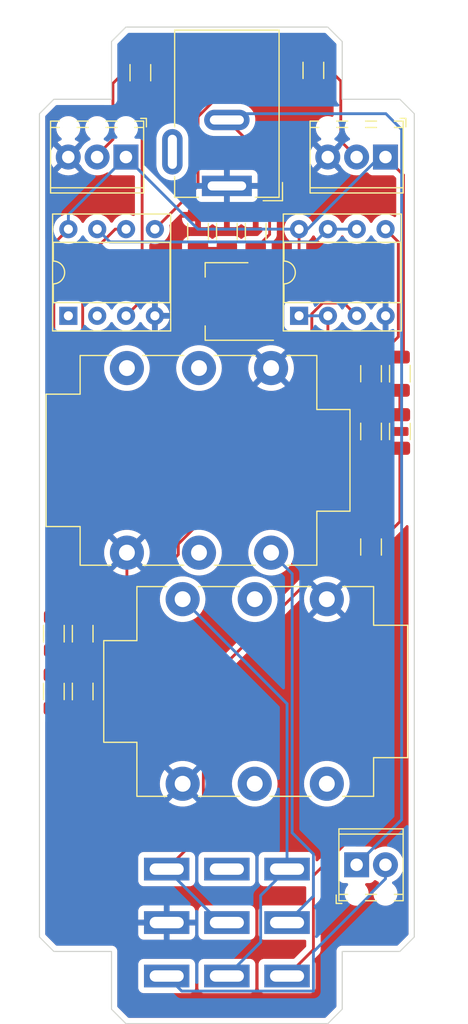
<source format=kicad_pcb>
(kicad_pcb (version 20211014) (generator pcbnew)
  (layers (0 "F.Cu" signal) (31 "B.Cu" signal) (34 "B.Paste" user) (35 "F.Paste" user) (36 "B.SilkS" user "B.Silkscreen") (37 "F.SilkS" user "F.Silkscreen") (38 "B.Mask" user) (39 "F.Mask" user) (44 "Edge.Cuts" user))
  (net 0 "")
  (net 1 "+9V")
  (net 2 "GND")
  (net 5 "+3V3")
  (net 7 "Net-(R4-Pad1)")
  (net 8 "Net-(C7-Pad1)")
  (net 9 "Net-(C6-Pad2)")
  (net 10 "Net-(J2-PadT)")
  (net 11 "Net-(C8-Pad2)")
  (net 13 "Net-(C9-Pad2)")
  (net 14 "Net-(U2-Pad1)")
  (net 15 "Net-(C8-Pad1)")
  (net 16 "Net-(C9-Pad1)")
  (net 18 "Net-(J3-Pad2)")
  (net 22 "Net-(J4-PadT)")
  (net 25 "Net-(C6-Pad1)")
  (net 26 "Net-(U3-Pad6)")
  (net 27 "Net-(C5-Pad1)")
  (footprint "Capacitor_SMD:C_1206_3216Metric" (layer "F.Cu") (at 41.91 43.385 90)
    (fp_text reference "C2" hide)
    (fp_text value "10uF")
    (fp_line (start -0.711252 0.91) (end 0.711252 0.91) (layer "F.SilkS") (width 0.12))
    (fp_line (start -0.711252 -0.91) (end 0.711252 -0.91) (layer "F.SilkS") (width 0.12))
    (pad "1" smd roundrect (at -1.475 0 90) (size 1.15 1.8) (layers "F.Cu" "F.Paste" "F.Mask") (roundrect_rratio 0.2173913043) (net 5 "+3V3"))
    (pad "2" smd roundrect (at 1.475 0 90) (size 1.15 1.8) (layers "F.Cu" "F.Paste" "F.Mask") (roundrect_rratio 0.2173913043) (net 2 "GND"))
  )
  (footprint "Resistor_SMD:R_1206_3216Metric" (layer "F.Cu") (at 29.21 83.82 -90)
    (fp_text reference "R5" hide)
    (fp_text value "47K")
    (fp_line (start -0.727064 0.91) (end 0.727064 0.91) (layer "F.SilkS") (width 0.12))
    (fp_line (start -0.727064 -0.91) (end 0.727064 -0.91) (layer "F.SilkS") (width 0.12))
    (pad "1" smd roundrect (at -1.4625 0 270) (size 1.125 1.75) (layers "F.Cu" "F.Paste" "F.Mask") (roundrect_rratio 0.2222222222) (net 8 "Net-(C7-Pad1)"))
    (pad "2" smd roundrect (at 1.4625 0 270) (size 1.125 1.75) (layers "F.Cu" "F.Paste" "F.Mask") (roundrect_rratio 0.2222222222) (net 2 "GND"))
  )
  (footprint "Capacitor_SMD:C_1206_3216Metric" (layer "F.Cu") (at 39.37 43.385 90)
    (fp_text reference "C3" hide)
    (fp_text value "100nF")
    (fp_line (start -0.711252 0.91) (end 0.711252 0.91) (layer "F.SilkS") (width 0.12))
    (fp_line (start -0.711252 -0.91) (end 0.711252 -0.91) (layer "F.SilkS") (width 0.12))
    (pad "1" smd roundrect (at -1.475 0 90) (size 1.15 1.8) (layers "F.Cu" "F.Paste" "F.Mask") (roundrect_rratio 0.2173913043) (net 5 "+3V3"))
    (pad "2" smd roundrect (at 1.475 0 90) (size 1.15 1.8) (layers "F.Cu" "F.Paste" "F.Mask") (roundrect_rratio 0.2173913043) (net 2 "GND"))
  )
  (footprint "Resistor_SMD:R_1206_3216Metric" (layer "F.Cu") (at 26.67 78.74 -90)
    (fp_text reference "R1" hide)
    (fp_text value "100")
    (fp_line (start -0.727064 0.91) (end 0.727064 0.91) (layer "F.SilkS") (width 0.12))
    (fp_line (start -0.727064 -0.91) (end 0.727064 -0.91) (layer "F.SilkS") (width 0.12))
    (pad "1" smd roundrect (at -1.4625 0 270) (size 1.125 1.75) (layers "F.Cu" "F.Paste" "F.Mask") (roundrect_rratio 0.2222222222) (net 5 "+3V3"))
    (pad "2" smd roundrect (at 1.4625 0 270) (size 1.125 1.75) (layers "F.Cu" "F.Paste" "F.Mask") (roundrect_rratio 0.2222222222) (net 2 "GND"))
  )
  (footprint "footswitch:footswitch" (layer "F.Cu") (at 41.91 104.14)
    (fp_text reference "U2" hide)
    (fp_text value "footswitch")
    (pad "1" thru_hole rect (at -5.3 -4.7) (size 4 2) (drill oval 3 1) (layers *.Cu *.Mask) (net 14 "Net-(U2-Pad1)"))
    (pad "2" thru_hole rect (at 0 -4.7) (size 4 2) (drill oval 3 1) (layers *.Cu *.Mask))
    (pad "3" thru_hole rect (at 5.3 -4.7) (size 4 2) (drill oval 3 1) (layers *.Cu *.Mask) (net 10 "Net-(J2-PadT)"))
    (pad "4" thru_hole rect (at -5.3 0) (size 4 2) (drill oval 3 1) (layers *.Cu *.Mask) (net 2 "GND"))
    (pad "5" thru_hole rect (at 0 0) (size 4 2) (drill oval 3 1) (layers *.Cu *.Mask) (net 14 "Net-(U2-Pad1)"))
    (pad "6" thru_hole rect (at 5.3 0) (size 4 2) (drill oval 3 1) (layers *.Cu *.Mask) (net 22 "Net-(J4-PadT)"))
    (pad "7" thru_hole rect (at -5.3 4.7) (size 4 2) (drill oval 3 1) (layers *.Cu *.Mask) (net 18 "Net-(J3-Pad2)"))
    (pad "8" thru_hole rect (at 0 4.7) (size 4 2) (drill oval 3 1) (layers *.Cu *.Mask) (net 10 "Net-(J2-PadT)"))
    (pad "9" thru_hole rect (at 5.3 4.7) (size 4 2) (drill oval 3 1) (layers *.Cu *.Mask) (net 11 "Net-(C8-Pad2)"))
  )
  (footprint "Connector_BarrelJack:BarrelJack_Wuerth_6941xx301002" (layer "F.Cu") (at 41.91 39.37 180)
    (fp_text reference "J1" hide)
    (fp_text value "Barrel_Jack_Switch")
    (fp_line (start 4.6 13.7) (end -4.6 13.7) (layer "F.SilkS") (width 0.12))
    (fp_line (start 4.6 5.2) (end 4.6 13.7) (layer "F.SilkS") (width 0.12))
    (fp_line (start -4.9 -1.3) (end -4.9 0.3) (layer "F.SilkS") (width 0.12))
    (fp_line (start 2.5 -1) (end 4.6 -1) (layer "F.SilkS") (width 0.12))
    (fp_line (start -4.6 13.7) (end -4.6 -1) (layer "F.SilkS") (width 0.12))
    (fp_line (start 4.6 -1) (end 4.6 0.8) (layer "F.SilkS") (width 0.12))
    (fp_line (start -3.2 -1.3) (end -4.9 -1.3) (layer "F.SilkS") (width 0.12))
    (fp_line (start -4.6 -1) (end -2.5 -1) (layer "F.SilkS") (width 0.12))
    (pad "1" thru_hole rect (at 0 0 180) (size 4.4 1.8) (drill oval 3.4 0.8) (layers *.Cu *.Mask) (net 2 "GND"))
    (pad "2" thru_hole oval (at 0 5.8 180) (size 4 1.8) (drill oval 3 0.8) (layers *.Cu *.Mask) (net 1 "+9V"))
    (pad "3" thru_hole oval (at 4.8 3 270) (size 4 1.8) (drill oval 3 0.8) (layers *.Cu *.Mask))
  )
  (footprint "Capacitor_SMD:C_1206_3216Metric" (layer "F.Cu") (at 54.61 71.12 -90)
    (fp_text reference "C8" hide)
    (fp_text value "100nF")
    (fp_line (start -0.711252 0.91) (end 0.711252 0.91) (layer "F.SilkS") (width 0.12))
    (fp_line (start -0.711252 -0.91) (end 0.711252 -0.91) (layer "F.SilkS") (width 0.12))
    (pad "1" smd roundrect (at -1.475 0 270) (size 1.15 1.8) (layers "F.Cu" "F.Paste" "F.Mask") (roundrect_rratio 0.2173913043) (net 15 "Net-(C8-Pad1)"))
    (pad "2" smd roundrect (at 1.475 0 270) (size 1.15 1.8) (layers "F.Cu" "F.Paste" "F.Mask") (roundrect_rratio 0.2173913043) (net 11 "Net-(C8-Pad2)"))
  )
  (footprint "TerminalBlock_Phoenix:TerminalBlock_Phoenix_MPT-0,5-2-2.54_1x02_P2.54mm_Horizontal" (layer "F.Cu") (at 53.34 99.06)
    (fp_text reference "J3" hide)
    (fp_text value "Screw_Terminal_01x02")
    (fp_line (start 4.1 -3.16) (end 4.1 3.16) (layer "F.SilkS") (width 0.12))
    (fp_line (start 0.79 3.16) (end 1.75 3.16) (layer "F.SilkS") (width 0.12))
    (fp_line (start -1.56 2.6) (end -0.79 2.6) (layer "F.SilkS") (width 0.12))
    (fp_line (start -1.56 -3.16) (end -1.56 3.16) (layer "F.SilkS") (width 0.12))
    (fp_line (start -1.56 3.16) (end -0.79 3.16) (layer "F.SilkS") (width 0.12))
    (fp_line (start -1.8 3.4) (end -1.3 3.4) (layer "F.SilkS") (width 0.12))
    (fp_line (start -1.56 -2.7) (end 4.1 -2.7) (layer "F.SilkS") (width 0.12))
    (fp_line (start 3.33 2.6) (end 4.1 2.6) (layer "F.SilkS") (width 0.12))
    (fp_line (start -1.56 -3.16) (end 4.1 -3.16) (layer "F.SilkS") (width 0.12))
    (fp_line (start 3.33 3.16) (end 4.1 3.16) (layer "F.SilkS") (width 0.12))
    (fp_line (start 0.79 2.6) (end 1.75 2.6) (layer "F.SilkS") (width 0.12))
    (fp_line (start -1.8 2.66) (end -1.8 3.4) (layer "F.SilkS") (width 0.12))
    (pad "" np_thru_hole circle (at 2.54 2.54) (size 1.1 1.1) (drill 1.1) (layers *.Cu *.Mask))
    (pad "" np_thru_hole circle (at 0 2.54) (size 1.1 1.1) (drill 1.1) (layers *.Cu *.Mask))
    (pad "1" thru_hole rect (at 0 0) (size 2.2 2.2) (drill 1.1) (layers *.Cu *.Mask) (net 1 "+9V"))
    (pad "2" thru_hole circle (at 2.54 0) (size 2.2 2.2) (drill 1.1) (layers *.Cu *.Mask) (net 18 "Net-(J3-Pad2)"))
  )
  (footprint "TerminalBlock_Phoenix:TerminalBlock_Phoenix_MPT-0,5-3-2.54_1x03_P2.54mm_Horizontal" (layer "F.Cu") (at 55.88 36.83 180)
    (fp_text reference "J6" hide)
    (fp_text value "Screw_Terminal_01x03")
    (fp_line (start 3.33 2.6) (end 4.29 2.6) (layer "F.SilkS") (width 0.12))
    (fp_line (start -1.56 -3.16) (end -1.56 3.16) (layer "F.SilkS") (width 0.12))
    (fp_line (start 5.87 3.16) (end 6.64 3.16) (layer "F.SilkS") (width 0.12))
    (fp_line (start -1.56 -2.7) (end 6.64 -2.7) (layer "F.SilkS") (width 0.12))
    (fp_line (start 5.87 2.6) (end 6.64 2.6) (layer "F.SilkS") (width 0.12))
    (fp_line (start 0.79 2.6) (end 1.75 2.6) (layer "F.SilkS") (width 0.12))
    (fp_line (start -1.56 -3.16) (end 6.64 -3.16) (layer "F.SilkS") (width 0.12))
    (fp_line (start -1.8 2.66) (end -1.8 3.4) (layer "F.SilkS") (width 0.12))
    (fp_line (start -1.56 2.6) (end -0.79 2.6) (layer "F.SilkS") (width 0.12))
    (fp_line (start -1.56 3.16) (end -0.79 3.16) (layer "F.SilkS") (width 0.12))
    (fp_line (start 6.64 -3.16) (end 6.64 3.16) (layer "F.SilkS") (width 0.12))
    (fp_line (start 3.33 3.16) (end 4.29 3.16) (layer "F.SilkS") (width 0.12))
    (fp_line (start 0.79 3.16) (end 1.75 3.16) (layer "F.SilkS") (width 0.12))
    (fp_line (start -1.8 3.4) (end -1.3 3.4) (layer "F.SilkS") (width 0.12))
    (pad "" np_thru_hole circle (at 0 2.54 180) (size 1.1 1.1) (drill 1.1) (layers *.Cu *.Mask))
    (pad "" np_thru_hole circle (at 5.08 2.54 180) (size 1.1 1.1) (drill 1.1) (layers *.Cu *.Mask))
    (pad "" np_thru_hole circle (at 2.54 2.54 180) (size 1.1 1.1) (drill 1.1) (layers *.Cu *.Mask))
    (pad "1" thru_hole rect (at 0 0 180) (size 2.2 2.2) (drill 1.1) (layers *.Cu *.Mask) (net 5 "+3V3"))
    (pad "2" thru_hole circle (at 2.54 0 180) (size 2.2 2.2) (drill 1.1) (layers *.Cu *.Mask) (net 13 "Net-(C9-Pad2)"))
    (pad "3" thru_hole circle (at 5.08 0 180) (size 2.2 2.2) (drill 1.1) (layers *.Cu *.Mask) (net 2 "GND"))
  )
  (footprint "Capacitor_SMD:C_1206_3216Metric" (layer "F.Cu") (at 34.29 29.415 90)
    (fp_text reference "C6" hide)
    (fp_text value "100nF")
    (fp_line (start -0.711252 -0.91) (end 0.711252 -0.91) (layer "F.SilkS") (width 0.12))
    (fp_line (start -0.711252 0.91) (end 0.711252 0.91) (layer "F.SilkS") (width 0.12))
    (pad "1" smd roundrect (at -1.475 0 90) (size 1.15 1.8) (layers "F.Cu" "F.Paste" "F.Mask") (roundrect_rratio 0.2173913043) (net 25 "Net-(C6-Pad1)"))
    (pad "2" smd roundrect (at 1.475 0 90) (size 1.15 1.8) (layers "F.Cu" "F.Paste" "F.Mask") (roundrect_rratio 0.2173913043) (net 9 "Net-(C6-Pad2)"))
  )
  (footprint "Connector_Audio:Jack_6.35mm_Neutrik_NMJ6HCD2_Horizontal" (layer "F.Cu") (at 38.015 75.705)
    (fp_text reference "J2" hide)
    (fp_text value "AudioJack3_Switch")
    (fp_line (start 16.82 17.335) (end 16.82 13.935) (layer "F.SilkS") (width 0.12))
    (fp_line (start 16.82 2.295) (end 16.82 -1.105) (layer "F.SilkS") (width 0.12))
    (fp_line (start -4.03 3.645) (end -4.03 -1.105) (layer "F.SilkS") (width 0.12))
    (fp_line (start -4.03 -1.105) (end -1.4 -1.105) (layer "F.SilkS") (width 0.12))
    (fp_line (start 19.82 13.935) (end 19.82 2.295) (layer "F.SilkS") (width 0.12))
    (fp_line (start -1.4 17.335) (end -4.03 17.335) (layer "F.SilkS") (width 0.12))
    (fp_line (start 7.7 -1.105) (end 11.3 -1.105) (layer "F.SilkS") (width 0.12))
    (fp_line (start -6.95 12.585) (end -4.03 12.585) (layer "F.SilkS") (width 0.12))
    (fp_line (start -6.95 3.645) (end -4.03 3.645) (layer "F.SilkS") (width 0.12))
    (fp_line (start 16.82 17.335) (end 14.1 17.335) (layer "F.SilkS") (width 0.12))
    (fp_line (start 11.3 17.335) (end 7.7 17.335) (layer "F.SilkS") (width 0.12))
    (fp_line (start -4.03 17.335) (end -4.03 12.585) (layer "F.SilkS") (width 0.12))
    (fp_line (start -6.95 12.545) (end -6.95 3.645) (layer "F.SilkS") (width 0.12))
    (fp_line (start 16.82 13.935) (end 19.82 13.935) (layer "F.SilkS") (width 0.12))
    (fp_line (start 16.82 2.295) (end 19.82 2.295) (layer "F.SilkS") (width 0.12))
    (fp_line (start 1.4 -1.105) (end 5 -1.105) (layer "F.SilkS") (width 0.12))
    (fp_line (start 5 17.335) (end 1.4 17.335) (layer "F.SilkS") (width 0.12))
    (fp_line (start 16.82 -1.105) (end 14.1 -1.105) (layer "F.SilkS") (width 0.12))
    (pad "R" thru_hole circle (at 6.35 0) (size 3 3) (drill 1.4) (layers *.Cu *.Mask))
    (pad "RN" thru_hole circle (at 6.35 16.23) (size 3 3) (drill 1.4) (layers *.Cu *.Mask))
    (pad "S" thru_hole circle (at 12.7 0) (size 3 3) (drill 1.4) (layers *.Cu *.Mask) (net 2 "GND"))
    (pad "SN" thru_hole circle (at 12.7 16.23) (size 3 3) (drill 1.4) (layers *.Cu *.Mask))
    (pad "T" thru_hole circle (at 0 0) (size 3 3) (drill 1.4) (layers *.Cu *.Mask) (net 10 "Net-(J2-PadT)"))
    (pad "TN" thru_hole circle (at 0 16.23) (size 3 3) (drill 1.4) (layers *.Cu *.Mask) (net 2 "GND"))
  )
  (footprint "TerminalBlock_Phoenix:TerminalBlock_Phoenix_MPT-0,5-3-2.54_1x03_P2.54mm_Horizontal" (layer "F.Cu") (at 33.02 36.83 180)
    (fp_text reference "J5" hide)
    (fp_text value "Screw_Terminal_01x03")
    (fp_line (start -1.56 2.6) (end -0.79 2.6) (layer "F.SilkS") (width 0.12))
    (fp_line (start 0.79 3.16) (end 1.75 3.16) (layer "F.SilkS") (width 0.12))
    (fp_line (start 5.87 2.6) (end 6.64 2.6) (layer "F.SilkS") (width 0.12))
    (fp_line (start 0.79 2.6) (end 1.75 2.6) (layer "F.SilkS") (width 0.12))
    (fp_line (start 3.33 2.6) (end 4.29 2.6) (layer "F.SilkS") (width 0.12))
    (fp_line (start -1.56 -2.7) (end 6.64 -2.7) (layer "F.SilkS") (width 0.12))
    (fp_line (start -1.56 -3.16) (end -1.56 3.16) (layer "F.SilkS") (width 0.12))
    (fp_line (start 6.64 -3.16) (end 6.64 3.16) (layer "F.SilkS") (width 0.12))
    (fp_line (start -1.8 2.66) (end -1.8 3.4) (layer "F.SilkS") (width 0.12))
    (fp_line (start -1.56 -3.16) (end 6.64 -3.16) (layer "F.SilkS") (width 0.12))
    (fp_line (start 3.33 3.16) (end 4.29 3.16) (layer "F.SilkS") (width 0.12))
    (fp_line (start -1.8 3.4) (end -1.3 3.4) (layer "F.SilkS") (width 0.12))
    (fp_line (start -1.56 3.16) (end -0.79 3.16) (layer "F.SilkS") (width 0.12))
    (fp_line (start 5.87 3.16) (end 6.64 3.16) (layer "F.SilkS") (width 0.12))
    (pad "" np_thru_hole circle (at 5.08 2.54 180) (size 1.1 1.1) (drill 1.1) (layers *.Cu *.Mask))
    (pad "" np_thru_hole circle (at 2.54 2.54 180) (size 1.1 1.1) (drill 1.1) (layers *.Cu *.Mask))
    (pad "" np_thru_hole circle (at 0 2.54 180) (size 1.1 1.1) (drill 1.1) (layers *.Cu *.Mask))
    (pad "1" thru_hole rect (at 0 0 180) (size 2.2 2.2) (drill 1.1) (layers *.Cu *.Mask) (net 5 "+3V3"))
    (pad "2" thru_hole circle (at 2.54 0 180) (size 2.2 2.2) (drill 1.1) (layers *.Cu *.Mask) (net 9 "Net-(C6-Pad2)"))
    (pad "3" thru_hole circle (at 5.08 0 180) (size 2.2 2.2) (drill 1.1) (layers *.Cu *.Mask) (net 2 "GND"))
  )
  (footprint "Capacitor_SMD:C_1206_3216Metric" (layer "F.Cu") (at 54.61 55.88 90)
    (fp_text reference "C5" hide)
    (fp_text value "47pF")
    (fp_line (start -0.711252 -0.91) (end 0.711252 -0.91) (layer "F.SilkS") (width 0.12))
    (fp_line (start -0.711252 0.91) (end 0.711252 0.91) (layer "F.SilkS") (width 0.12))
    (pad "1" smd roundrect (at -1.475 0 90) (size 1.15 1.8) (layers "F.Cu" "F.Paste" "F.Mask") (roundrect_rratio 0.2173913043) (net 27 "Net-(C5-Pad1)"))
    (pad "2" smd roundrect (at 1.475 0 90) (size 1.15 1.8) (layers "F.Cu" "F.Paste" "F.Mask") (roundrect_rratio 0.2173913043) (net 2 "GND"))
  )
  (footprint "Capacitor_SMD:C_1206_3216Metric" (layer "F.Cu") (at 57.15 60.96 90)
    (fp_text reference "C4" hide)
    (fp_text value "100nF")
    (fp_line (start -0.711252 0.91) (end 0.711252 0.91) (layer "F.SilkS") (width 0.12))
    (fp_line (start -0.711252 -0.91) (end 0.711252 -0.91) (layer "F.SilkS") (width 0.12))
    (pad "1" smd roundrect (at -1.475 0 90) (size 1.15 1.8) (layers "F.Cu" "F.Paste" "F.Mask") (roundrect_rratio 0.2173913043) (net 14 "Net-(U2-Pad1)"))
    (pad "2" smd roundrect (at 1.475 0 90) (size 1.15 1.8) (layers "F.Cu" "F.Paste" "F.Mask") (roundrect_rratio 0.2173913043) (net 27 "Net-(C5-Pad1)"))
  )
  (footprint "Resistor_SMD:R_1206_3216Metric" (layer "F.Cu") (at 29.21 78.74 -90)
    (fp_text reference "R4" hide)
    (fp_text value "100K")
    (fp_line (start -0.727064 0.91) (end 0.727064 0.91) (layer "F.SilkS") (width 0.12))
    (fp_line (start -0.727064 -0.91) (end 0.727064 -0.91) (layer "F.SilkS") (width 0.12))
    (pad "1" smd roundrect (at -1.4625 0 270) (size 1.125 1.75) (layers "F.Cu" "F.Paste" "F.Mask") (roundrect_rratio 0.2222222222) (net 7 "Net-(R4-Pad1)"))
    (pad "2" smd roundrect (at 1.4625 0 270) (size 1.125 1.75) (layers "F.Cu" "F.Paste" "F.Mask") (roundrect_rratio 0.2222222222) (net 8 "Net-(C7-Pad1)"))
  )
  (footprint "Package_DIP:DIP-8_W7.62mm_Socket" (layer "F.Cu") (at 48.27 50.79 90)
    (fp_text reference "U3" hide)
    (fp_text value "Opamp_Dual")
    (fp_line (start -1.33 9.01) (end 8.95 9.01) (layer "F.SilkS") (width 0.12))
    (fp_line (start 8.95 9.01) (end 8.95 -1.39) (layer "F.SilkS") (width 0.12))
    (fp_line (start 8.95 -1.39) (end -1.33 -1.39) (layer "F.SilkS") (width 0.12))
    (fp_line (start 6.46 -1.33) (end 4.81 -1.33) (layer "F.SilkS") (width 0.12))
    (fp_line (start 1.16 -1.33) (end 1.16 8.95) (layer "F.SilkS") (width 0.12))
    (fp_line (start 2.81 -1.33) (end 1.16 -1.33) (layer "F.SilkS") (width 0.12))
    (fp_line (start 1.16 8.95) (end 6.46 8.95) (layer "F.SilkS") (width 0.12))
    (fp_line (start 6.46 8.95) (end 6.46 -1.33) (layer "F.SilkS") (width 0.12))
    (fp_line (start -1.33 -1.39) (end -1.33 9.01) (layer "F.SilkS") (width 0.12))
    (fp_arc (start 4.81 -1.33) (mid 3.81 -0.33) (end 2.81 -1.33) (layer "F.SilkS") (width 0.12))
    (pad "1" thru_hole rect (at 0 0 90) (size 1.6 1.6) (drill 0.8) (layers *.Cu *.Mask) (net 15 "Net-(C8-Pad1)"))
    (pad "2" thru_hole oval (at 0 2.54 90) (size 1.6 1.6) (drill 0.8) (layers *.Cu *.Mask) (net 15 "Net-(C8-Pad1)"))
    (pad "3" thru_hole oval (at 0 5.08 90) (size 1.6 1.6) (drill 0.8) (layers *.Cu *.Mask) (net 8 "Net-(C7-Pad1)"))
    (pad "4" thru_hole oval (at 0 7.62 90) (size 1.6 1.6) (drill 0.8) (layers *.Cu *.Mask) (net 2 "GND"))
    (pad "5" thru_hole oval (at 7.62 7.62 90) (size 1.6 1.6) (drill 0.8) (layers *.Cu *.Mask) (net 27 "Net-(C5-Pad1)"))
    (pad "6" thru_hole oval (at 7.62 5.08 90) (size 1.6 1.6) (drill 0.8) (layers *.Cu *.Mask) (net 26 "Net-(U3-Pad6)"))
    (pad "7" thru_hole oval (at 7.62 2.54 90) (size 1.6 1.6) (drill 0.8) (layers *.Cu *.Mask) (net 26 "Net-(U3-Pad6)"))
    (pad "8" thru_hole oval (at 7.62 0 90) (size 1.6 1.6) (drill 0.8) (layers *.Cu *.Mask) (net 5 "+3V3"))
  )
  (footprint "Capacitor_SMD:C_1206_3216Metric" (layer "F.Cu") (at 44.45 43.385 90)
    (fp_text reference "C1" hide)
    (fp_text value "10uF")
    (fp_line (start -0.711252 -0.91) (end 0.711252 -0.91) (layer "F.SilkS") (width 0.12))
    (fp_line (start -0.711252 0.91) (end 0.711252 0.91) (layer "F.SilkS") (width 0.12))
    (pad "1" smd roundrect (at -1.475 0 90) (size 1.15 1.8) (layers "F.Cu" "F.Paste" "F.Mask") (roundrect_rratio 0.2173913043) (net 1 "+9V"))
    (pad "2" smd roundrect (at 1.475 0 90) (size 1.15 1.8) (layers "F.Cu" "F.Paste" "F.Mask") (roundrect_rratio 0.2173913043) (net 2 "GND"))
  )
  (footprint "Package_TO_SOT_SMD:SOT-223-3_TabPin2" (layer "F.Cu") (at 41.91 49.53 180)
    (fp_text reference "U1" hide)
    (fp_text value "AMS1117-3.3")
    (fp_line (start -1.85 3.41) (end 1.91 3.41) (layer "F.SilkS") (width 0.12))
    (fp_line (start 1.91 3.41) (end 1.91 2.15) (layer "F.SilkS") (width 0.12))
    (fp_line (start -4.1 -3.41) (end 1.91 -3.41) (layer "F.SilkS") (width 0.12))
    (fp_line (start 1.91 -3.41) (end 1.91 -2.15) (layer "F.SilkS") (width 0.12))
    (pad "1" smd rect (at -3.15 -2.3 180) (size 2 1.5) (layers "F.Cu" "F.Paste" "F.Mask") (net 2 "GND"))
    (pad "2" smd rect (at -3.15 0 180) (size 2 1.5) (layers "F.Cu" "F.Paste" "F.Mask") (net 5 "+3V3"))
    (pad "2" smd rect (at 3.15 0 180) (size 2 3.8) (layers "F.Cu" "F.Paste" "F.Mask") (net 5 "+3V3"))
    (pad "3" smd rect (at -3.15 2.3 180) (size 2 1.5) (layers "F.Cu" "F.Paste" "F.Mask") (net 1 "+9V"))
  )
  (footprint "Capacitor_SMD:C_1206_3216Metric" (layer "F.Cu") (at 26.67 83.82 -90)
    (fp_text reference "C7" hide)
    (fp_text value "220pF")
    (fp_line (start -0.711252 0.91) (end 0.711252 0.91) (layer "F.SilkS") (width 0.12))
    (fp_line (start -0.711252 -0.91) (end 0.711252 -0.91) (layer "F.SilkS") (width 0.12))
    (pad "1" smd roundrect (at -1.475 0 270) (size 1.15 1.8) (layers "F.Cu" "F.Paste" "F.Mask") (roundrect_rratio 0.2173913043) (net 8 "Net-(C7-Pad1)"))
    (pad "2" smd roundrect (at 1.475 0 270) (size 1.15 1.8) (layers "F.Cu" "F.Paste" "F.Mask") (roundrect_rratio 0.2173913043) (net 2 "GND"))
  )
  (footprint "Capacitor_SMD:C_1206_3216Metric" (layer "F.Cu") (at 49.53 29.21 90)
    (fp_text reference "C9" hide)
    (fp_text value "100nF")
    (fp_line (start -0.711252 0.91) (end 0.711252 0.91) (layer "F.SilkS") (width 0.12))
    (fp_line (start -0.711252 -0.91) (end 0.711252 -0.91) (layer "F.SilkS") (width 0.12))
    (pad "1" smd roundrect (at -1.475 0 90) (size 1.15 1.8) (layers "F.Cu" "F.Paste" "F.Mask") (roundrect_rratio 0.2173913043) (net 16 "Net-(C9-Pad1)"))
    (pad "2" smd roundrect (at 1.475 0 90) (size 1.15 1.8) (layers "F.Cu" "F.Paste" "F.Mask") (roundrect_rratio 0.2173913043) (net 13 "Net-(C9-Pad2)"))
  )
  (footprint "Package_DIP:DIP-8_W7.62mm_Socket" (layer "F.Cu") (at 27.95 50.79 90)
    (fp_text reference "U4" hide)
    (fp_text value "ATtiny85-20P")
    (fp_line (start 6.46 -1.33) (end 4.81 -1.33) (layer "F.SilkS") (width 0.12))
    (fp_line (start 2.81 -1.33) (end 1.16 -1.33) (layer "F.SilkS") (width 0.12))
    (fp_line (start 6.46 8.95) (end 6.46 -1.33) (layer "F.SilkS") (width 0.12))
    (fp_line (start -1.33 -1.39) (end -1.33 9.01) (layer "F.SilkS") (width 0.12))
    (fp_line (start 8.95 -1.39) (end -1.33 -1.39) (layer "F.SilkS") (width 0.12))
    (fp_line (start -1.33 9.01) (end 8.95 9.01) (layer "F.SilkS") (width 0.12))
    (fp_line (start 8.95 9.01) (end 8.95 -1.39) (layer "F.SilkS") (width 0.12))
    (fp_line (start 1.16 -1.33) (end 1.16 8.95) (layer "F.SilkS") (width 0.12))
    (fp_line (start 1.16 8.95) (end 6.46 8.95) (layer "F.SilkS") (width 0.12))
    (fp_arc (start 4.81 -1.33) (mid 3.81 -0.33) (end 2.81 -1.33) (layer "F.SilkS") (width 0.12))
    (pad "1" thru_hole rect (at 0 0 90) (size 1.6 1.6) (drill 0.8) (layers *.Cu *.Mask))
    (pad "2" thru_hole oval (at 0 2.54 90) (size 1.6 1.6) (drill 0.8) (layers *.Cu *.Mask))
    (pad "3" thru_hole oval (at 0 5.08 90) (size 1.6 1.6) (drill 0.8) (layers *.Cu *.Mask) (net 25 "Net-(C6-Pad1)"))
    (pad "4" thru_hole oval (at 0 7.62 90) (size 1.6 1.6) (drill 0.8) (layers *.Cu *.Mask) (net 2 "GND"))
    (pad "5" thru_hole oval (at 7.62 7.62 90) (size 1.6 1.6) (drill 0.8) (layers *.Cu *.Mask) (net 16 "Net-(C9-Pad1)"))
    (pad "6" thru_hole oval (at 7.62 5.08 90) (size 1.6 1.6) (drill 0.8) (layers *.Cu *.Mask) (net 7 "Net-(R4-Pad1)"))
    (pad "7" thru_hole oval (at 7.62 2.54 90) (size 1.6 1.6) (drill 0.8) (layers *.Cu *.Mask) (net 26 "Net-(U3-Pad6)"))
    (pad "8" thru_hole oval (at 7.62 0 90) (size 1.6 1.6) (drill 0.8) (layers *.Cu *.Mask) (net 5 "+3V3"))
  )
  (footprint "Resistor_SMD:R_1206_3216Metric" (layer "F.Cu") (at 57.15 55.88 -90)
    (fp_text reference "R2" hide)
    (fp_text value "1M")
    (fp_line (start -0.727064 0.91) (end 0.727064 0.91) (layer "F.SilkS") (width 0.12))
    (fp_line (start -0.727064 -0.91) (end 0.727064 -0.91) (layer "F.SilkS") (width 0.12))
    (pad "1" smd roundrect (at -1.4625 0 270) (size 1.125 1.75) (layers "F.Cu" "F.Paste" "F.Mask") (roundrect_rratio 0.2222222222) (net 5 "+3V3"))
    (pad "2" smd roundrect (at 1.4625 0 270) (size 1.125 1.75) (layers "F.Cu" "F.Paste" "F.Mask") (roundrect_rratio 0.2222222222) (net 27 "Net-(C5-Pad1)"))
  )
  (footprint "Connector_Audio:Jack_6.35mm_Neutrik_NMJ6HCD2_Horizontal" (layer "F.Cu") (at 45.805 71.615 180)
    (fp_text reference "J4" hide)
    (fp_text value "AudioJack3_Switch")
    (fp_line (start 11.3 17.335) (end 7.7 17.335) (layer "F.SilkS") (width 0.12))
    (fp_line (start 16.82 2.295) (end 16.82 -1.105) (layer "F.SilkS") (width 0.12))
    (fp_line (start -6.95 12.545) (end -6.95 3.645) (layer "F.SilkS") (width 0.12))
    (fp_line (start -4.03 3.645) (end -4.03 -1.105) (layer "F.SilkS") (width 0.12))
    (fp_line (start 16.82 2.295) (end 19.82 2.295) (layer "F.SilkS") (width 0.12))
    (fp_line (start 1.4 -1.105) (end 5 -1.105) (layer "F.SilkS") (width 0.12))
    (fp_line (start -4.03 17.335) (end -4.03 12.585) (layer "F.SilkS") (width 0.12))
    (fp_line (start -1.4 17.335) (end -4.03 17.335) (layer "F.SilkS") (width 0.12))
    (fp_line (start 5 17.335) (end 1.4 17.335) (layer "F.SilkS") (width 0.12))
    (fp_line (start 16.82 -1.105) (end 14.1 -1.105) (layer "F.SilkS") (width 0.12))
    (fp_line (start 16.82 13.935) (end 19.82 13.935) (layer "F.SilkS") (width 0.12))
    (fp_line (start 19.82 13.935) (end 19.82 2.295) (layer "F.SilkS") (width 0.12))
    (fp_line (start 16.82 17.335) (end 16.82 13.935) (layer "F.SilkS") (width 0.12))
    (fp_line (start -6.95 12.585) (end -4.03 12.585) (layer "F.SilkS") (width 0.12))
    (fp_line (start -6.95 3.645) (end -4.03 3.645) (layer "F.SilkS") (width 0.12))
    (fp_line (start 16.82 17.335) (end 14.1 17.335) (layer "F.SilkS") (width 0.12))
    (fp_line (start -4.03 -1.105) (end -1.4 -1.105) (layer "F.SilkS") (width 0.12))
    (fp_line (start 7.7 -1.105) (end 11.3 -1.105) (layer "F.SilkS") (width 0.12))
    (pad "R" thru_hole circle (at 6.35 0 180) (size 3 3) (drill 1.4) (layers *.Cu *.Mask))
    (pad "RN" thru_hole circle (at 6.35 16.23 180) (size 3 3) (drill 1.4) (layers *.Cu *.Mask))
    (pad "S" thru_hole circle (at 12.7 0 180) (size 3 3) (drill 1.4) (layers *.Cu *.Mask) (net 2 "GND"))
    (pad "SN" thru_hole circle (at 12.7 16.23 180) (size 3 3) (drill 1.4) (layers *.Cu *.Mask))
    (pad "T" thru_hole circle (at 0 0 180) (size 3 3) (drill 1.4) (layers *.Cu *.Mask) (net 22 "Net-(J4-PadT)"))
    (pad "TN" thru_hole circle (at 0 16.23 180) (size 3 3) (drill 1.4) (layers *.Cu *.Mask) (net 2 "GND"))
  )
  (footprint "Resistor_SMD:R_1206_3216Metric" (layer "F.Cu") (at 54.61 60.96 -90)
    (fp_text reference "R3" hide)
    (fp_text value "220K")
    (fp_line (start -0.727064 -0.91) (end 0.727064 -0.91) (layer "F.SilkS") (width 0.12))
    (fp_line (start -0.727064 0.91) (end 0.727064 0.91) (layer "F.SilkS") (width 0.12))
    (pad "1" smd roundrect (at -1.4625 0 270) (size 1.125 1.75) (layers "F.Cu" "F.Paste" "F.Mask") (roundrect_rratio 0.2222222222) (net 27 "Net-(C5-Pad1)"))
    (pad "2" smd roundrect (at 1.4625 0 270) (size 1.125 1.75) (layers "F.Cu" "F.Paste" "F.Mask") (roundrect_rratio 0.2222222222) (net 2 "GND"))
  )
  (gr_poly (pts (xy 52.07 26.67) (xy 52.07 31.75) (xy 57.15 31.75) (xy 58.42 33.02) (xy 58.42 105.41) (xy 57.15 106.68) (xy 52.07 106.68) (xy 52.07 111.76) (xy 50.8 113.03) (xy 33.02 113.03) (xy 31.75 111.76) (xy 31.75 106.68) (xy 26.67 106.68) (xy 25.4 105.41) (xy 25.4 33.02) (xy 26.67 31.75) (xy 31.75 31.75) (xy 31.75 26.67) (xy 33.02 25.4) (xy 50.8 25.4)) (layer "Edge.Cuts") (width 0.1) (fill none))
  (segment (start 45.06 45.47) (end 44.45 44.86) (width 0.25) (layer "F.Cu") (net 1))
  (segment (start 45.06 47.23) (end 45.06 45.47) (width 0.25) (layer "F.Cu") (net 1))
  (segment (start 44.45 44.86) (end 45.675 43.635) (width 0.25) (layer "F.Cu") (net 1))
  (segment (start 45.675 43.635) (end 45.675 37.335) (width 0.25) (layer "F.Cu") (net 1))
  (segment (start 45.675 37.335) (end 41.91 33.57) (width 0.25) (layer "F.Cu") (net 1))
  (segment (start 42.46 33.02) (end 41.91 33.57) (width 0.25) (layer "B.Cu") (net 1))
  (segment (start 57.305 34.40685) (end 55.91815 33.02) (width 0.25) (layer "B.Cu") (net 1))
  (segment (start 55.91815 33.02) (end 42.46 33.02) (width 0.25) (layer "B.Cu") (net 1))
  (segment (start 57.305 95.095) (end 57.305 34.40685) (width 0.25) (layer "B.Cu") (net 1))
  (segment (start 53.34 99.06) (end 57.305 95.095) (width 0.25) (layer "B.Cu") (net 1))
  (segment (start 29.498173 78.74) (end 28.1325 78.74) (width 0.25) (layer "F.Cu") (net 2))
  (segment (start 33.105 75.133173) (end 29.498173 78.74) (width 0.25) (layer "F.Cu") (net 2))
  (segment (start 33.105 71.615) (end 33.105 75.133173) (width 0.25) (layer "F.Cu") (net 2))
  (segment (start 28.1325 78.74) (end 26.67 80.2025) (width 0.25) (layer "F.Cu") (net 2))
  (segment (start 48.27 46.98) (end 48.27 43.17) (width 0.25) (layer "F.Cu") (net 5))
  (segment (start 57.465 38.415) (end 55.88 36.83) (width 0.25) (layer "F.Cu") (net 5))
  (segment (start 57.465 54.1025) (end 57.465 38.415) (width 0.25) (layer "F.Cu") (net 5))
  (segment (start 38.76 49.53) (end 38.76 45.47) (width 0.25) (layer "F.Cu") (net 5))
  (segment (start 38.76 49.53) (end 45.06 49.53) (width 0.25) (layer "F.Cu") (net 5))
  (segment (start 39.37 44.86) (end 41.91 44.86) (width 0.25) (layer "F.Cu") (net 5))
  (segment (start 26.67 44.45) (end 27.95 43.17) (width 0.25) (layer "F.Cu") (net 5))
  (segment (start 57.15 54.4175) (end 57.465 54.1025) (width 0.25) (layer "F.Cu") (net 5))
  (segment (start 45.72 49.53) (end 48.27 46.98) (width 0.25) (layer "F.Cu") (net 5))
  (segment (start 38.76 45.47) (end 39.37 44.86) (width 0.25) (layer "F.Cu") (net 5))
  (segment (start 26.67 77.2775) (end 26.67 44.45) (width 0.25) (layer "F.Cu") (net 5))
  (segment (start 45.06 49.53) (end 45.72 49.53) (width 0.25) (layer "F.Cu") (net 5))
  (segment (start 27.95 43.17) (end 27.95 41.9) (width 0.25) (layer "B.Cu") (net 5))
  (segment (start 49.015255 43.17) (end 55.355255 36.83) (width 0.25) (layer "B.Cu") (net 5))
  (segment (start 48.27 43.17) (end 49.015255 43.17) (width 0.25) (layer "B.Cu") (net 5))
  (segment (start 39.36 43.17) (end 33.02 36.83) (width 0.25) (layer "B.Cu") (net 5))
  (segment (start 48.27 43.17) (end 39.36 43.17) (width 0.25) (layer "B.Cu") (net 5))
  (segment (start 55.355255 36.83) (end 55.88 36.83) (width 0.25) (layer "B.Cu") (net 5))
  (segment (start 27.95 41.9) (end 33.02 36.83) (width 0.25) (layer "B.Cu") (net 5))
  (segment (start 29.21 77.2775) (end 29.21 46.040991) (width 0.25) (layer "F.Cu") (net 7))
  (segment (start 32.080991 43.17) (end 33.03 43.17) (width 0.25) (layer "F.Cu") (net 7))
  (segment (start 29.21 46.040991) (end 32.080991 43.17) (width 0.25) (layer "F.Cu") (net 7))
  (segment (start 50.344009 49.665) (end 49.395 50.614009) (width 0.25) (layer "F.Cu") (net 8))
  (segment (start 53.35 50.79) (end 52.225 49.665) (width 0.25) (layer "F.Cu") (net 8))
  (segment (start 52.225 49.665) (end 50.344009 49.665) (width 0.25) (layer "F.Cu") (net 8))
  (segment (start 49.395 59.09406) (end 37.63 70.85906) (width 0.25) (layer "F.Cu") (net 8))
  (segment (start 49.395 50.614009) (end 49.395 59.09406) (width 0.25) (layer "F.Cu") (net 8))
  (segment (start 29.21 80.2025) (end 29.21 82.3575) (width 0.25) (layer "F.Cu") (net 8))
  (segment (start 37.63 70.85906) (end 37.63 71.7825) (width 0.25) (layer "F.Cu") (net 8))
  (segment (start 29.21 82.3575) (end 26.6825 82.3575) (width 0.25) (layer "F.Cu") (net 8))
  (segment (start 37.63 71.7825) (end 29.21 80.2025) (width 0.25) (layer "F.Cu") (net 8))
  (segment (start 26.6825 82.3575) (end 26.67 82.345) (width 0.25) (layer "F.Cu") (net 8))
  (segment (start 34.29 27.94) (end 31.875 30.355) (width 0.25) (layer "F.Cu") (net 9))
  (segment (start 31.875 35.28) (end 30.48 36.675) (width 0.25) (layer "F.Cu") (net 9))
  (segment (start 31.875 30.355) (end 31.875 35.28) (width 0.25) (layer "F.Cu") (net 9))
  (segment (start 30.48 36.675) (end 30.48 36.83) (width 0.25) (layer "F.Cu") (net 9))
  (segment (start 44.885 101.765) (end 47.21 99.44) (width 0.25) (layer "B.Cu") (net 10))
  (segment (start 41.91 108.84) (end 44.885 105.865) (width 0.25) (layer "B.Cu") (net 10))
  (segment (start 44.885 105.865) (end 44.885 101.765) (width 0.25) (layer "B.Cu") (net 10))
  (segment (start 47.21 84.9) (end 38.015 75.705) (width 0.25) (layer "B.Cu") (net 10))
  (segment (start 47.21 99.44) (end 47.21 84.9) (width 0.25) (layer "B.Cu") (net 10))
  (segment (start 49.535 106.515) (end 47.21 108.84) (width 0.25) (layer "F.Cu") (net 11))
  (segment (start 54.61 94.94) (end 49.535 100.015) (width 0.25) (layer "F.Cu") (net 11))
  (segment (start 49.535 100.015) (end 49.535 106.515) (width 0.25) (layer "F.Cu") (net 11))
  (segment (start 54.61 72.595) (end 54.61 94.94) (width 0.25) (layer "F.Cu") (net 11))
  (segment (start 51.945 30.15) (end 51.945 35.435) (width 0.25) (layer "F.Cu") (net 13))
  (segment (start 51.945 35.435) (end 53.34 36.83) (width 0.25) (layer "F.Cu") (net 13))
  (segment (start 49.53 27.735) (end 51.945 30.15) (width 0.25) (layer "F.Cu") (net 13))
  (segment (start 52.07 71.12) (end 39.84 83.35) (width 0.25) (layer "F.Cu") (net 14))
  (segment (start 54.923173 71.12) (end 52.07 71.12) (width 0.25) (layer "F.Cu") (net 14))
  (segment (start 39.84 96.21) (end 36.61 99.44) (width 0.25) (layer "F.Cu") (net 14))
  (segment (start 57.15 62.435) (end 57.15 68.893173) (width 0.25) (layer "F.Cu") (net 14))
  (segment (start 39.84 83.35) (end 39.84 96.21) (width 0.25) (layer "F.Cu") (net 14))
  (segment (start 57.15 68.893173) (end 54.923173 71.12) (width 0.25) (layer "F.Cu") (net 14))
  (segment (start 36.61 99.44) (end 41.31 104.14) (width 0.25) (layer "B.Cu") (net 14))
  (segment (start 41.31 104.14) (end 41.91 104.14) (width 0.25) (layer "B.Cu") (net 14))
  (segment (start 54.61 69.645) (end 50.81 65.845) (width 0.25) (layer "F.Cu") (net 15))
  (segment (start 50.81 65.845) (end 50.81 50.79) (width 0.25) (layer "F.Cu") (net 15))
  (segment (start 48.27 50.79) (end 50.81 50.79) (width 0.25) (layer "B.Cu") (net 15))
  (segment (start 39.37 33.277588) (end 39.37 39.37) (width 0.25) (layer "F.Cu") (net 16))
  (segment (start 39.37 39.37) (end 35.57 43.17) (width 0.25) (layer "F.Cu") (net 16))
  (segment (start 41.962588 30.685) (end 39.37 33.277588) (width 0.25) (layer "F.Cu") (net 16))
  (segment (start 49.53 30.685) (end 41.962588 30.685) (width 0.25) (layer "F.Cu") (net 16))
  (segment (start 54.61 101.63815) (end 54.61 101.56185) (width 0.25) (layer "B.Cu") (net 18))
  (segment (start 49.535 110.165) (end 49.535 106.71315) (width 0.25) (layer "B.Cu") (net 18))
  (segment (start 37.935 110.165) (end 49.535 110.165) (width 0.25) (layer "B.Cu") (net 18))
  (segment (start 54.61 101.56185) (end 55.88 100.29185) (width 0.25) (layer "B.Cu") (net 18))
  (segment (start 49.535 106.71315) (end 54.61 101.63815) (width 0.25) (layer "B.Cu") (net 18))
  (segment (start 55.88 100.29185) (end 55.88 99.06) (width 0.25) (layer "B.Cu") (net 18))
  (segment (start 36.61 108.84) (end 37.935 110.165) (width 0.25) (layer "B.Cu") (net 18))
  (segment (start 45.805 71.615) (end 47.66 73.47) (width 0.25) (layer "B.Cu") (net 22))
  (segment (start 47.66 73.47) (end 47.66 96.24) (width 0.25) (layer "B.Cu") (net 22))
  (segment (start 49.535 101.815) (end 47.21 104.14) (width 0.25) (layer "B.Cu") (net 22))
  (segment (start 49.535 98.115) (end 49.535 101.815) (width 0.25) (layer "B.Cu") (net 22))
  (segment (start 47.66 96.24) (end 49.535 98.115) (width 0.25) (layer "B.Cu") (net 22))
  (segment (start 34.445 49.375) (end 33.03 50.79) (width 0.25) (layer "F.Cu") (net 25))
  (segment (start 34.445 31.045) (end 34.445 49.375) (width 0.25) (layer "F.Cu") (net 25))
  (segment (start 34.29 30.89) (end 34.445 31.045) (width 0.25) (layer "F.Cu") (net 25))
  (segment (start 49.685 44.295) (end 50.81 43.17) (width 0.25) (layer "B.Cu") (net 26))
  (segment (start 30.49 43.17) (end 31.615 44.295) (width 0.25) (layer "B.Cu") (net 26))
  (segment (start 50.81 43.17) (end 53.35 43.17) (width 0.25) (layer "B.Cu") (net 26))
  (segment (start 31.615 44.295) (end 49.685 44.295) (width 0.25) (layer "B.Cu") (net 26))
  (segment (start 54.61 57.355) (end 57.1375 57.355) (width 0.25) (layer "F.Cu") (net 27))
  (segment (start 55.835 56.13) (end 54.61 57.355) (width 0.25) (layer "F.Cu") (net 27))
  (segment (start 57.015 52.636396) (end 55.835 53.816396) (width 0.25) (layer "F.Cu") (net 27))
  (segment (start 54.61 57.355) (end 54.61 59.4975) (width 0.25) (layer "F.Cu") (net 27))
  (segment (start 55.89 43.17) (end 57.015 44.295) (width 0.25) (layer "F.Cu") (net 27))
  (segment (start 55.835 53.816396) (end 55.835 56.13) (width 0.25) (layer "F.Cu") (net 27))
  (segment (start 57.15 57.3425) (end 57.15 59.485) (width 0.25) (layer "F.Cu") (net 27))
  (segment (start 57.1375 57.355) (end 57.15 57.3425) (width 0.25) (layer "F.Cu") (net 27))
  (segment (start 57.015 44.295) (end 57.015 52.636396) (width 0.25) (layer "F.Cu") (net 27))
  (zone (net 2) (net_name "GND") (layers F&B.Cu) (connect_pads (clearance 0.508)) (min_thickness 0.254) (fill yes (thermal_gap 0.508) (thermal_bridge_width 0.508))
    (polygon (pts (xy 58.42 113.03) (xy 25.4 113.03) (xy 25.4 25.4) (xy 58.42 25.4)))
  )
)
</source>
